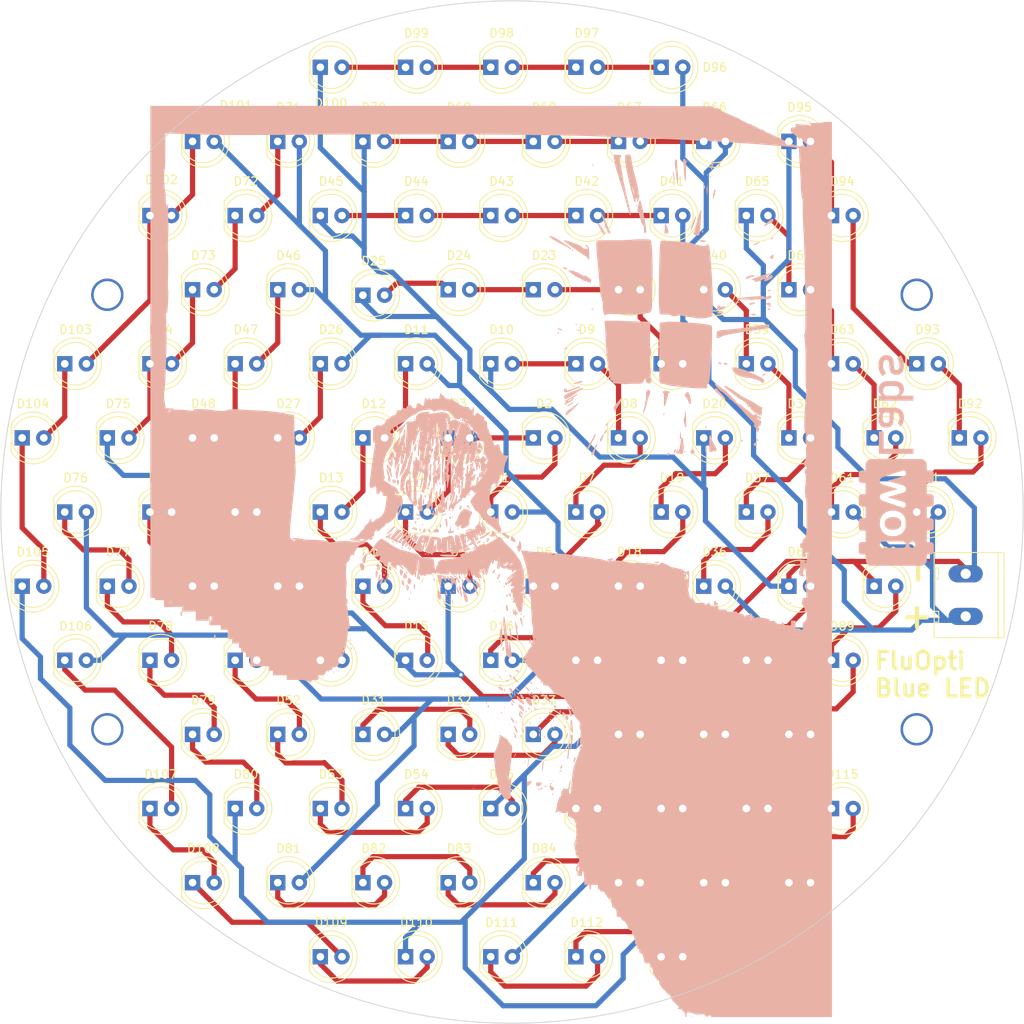
<source format=kicad_pcb>
(kicad_pcb (version 20221018) (generator pcbnew)
  (layers (0 "F.Cu" signal) (31 "B.Cu" signal) (34 "B.Paste" user) (35 "F.Paste" user) (36 "B.SilkS" user "B.Silkscreen") (37 "F.SilkS" user "F.Silkscreen") (38 "B.Mask" user) (39 "F.Mask" user) (44 "Edge.Cuts" user))
  (net 0 "")
  (net 1 "Net-(D1-K)")
  (net 2 "/VLED_+")
  (net 3 "Net-(D2-K)")
  (net 4 "Net-(D3-K)")
  (net 5 "Net-(D4-K)")
  (net 6 "Net-(D6-K)")
  (net 7 "Net-(D7-K)")
  (net 8 "Net-(D8-K)")
  (net 9 "Net-(D10-A)")
  (net 10 "Net-(D11-K)")
  (net 11 "Net-(D12-K)")
  (net 12 "Net-(D13-K)")
  (net 13 "Net-(D14-K)")
  (net 14 "Net-(D16-K)")
  (net 15 "Net-(D17-K)")
  (net 16 "Net-(D18-K)")
  (net 17 "Net-(D19-K)")
  (net 18 "Net-(D21-K)")
  (net 19 "Net-(D22-K)")
  (net 20 "Net-(D23-K)")
  (net 21 "Net-(D24-K)")
  (net 22 "Net-(D26-K)")
  (net 23 "Net-(D27-K)")
  (net 24 "Net-(D28-K)")
  (net 25 "Net-(D29-K)")
  (net 26 "Net-(D31-K)")
  (net 27 "Net-(D32-K)")
  (net 28 "Net-(D33-K)")
  (net 29 "Net-(D34-K)")
  (net 30 "Net-(D36-K)")
  (net 31 "Net-(D37-K)")
  (net 32 "Net-(D38-K)")
  (net 33 "Net-(D39-K)")
  (net 34 "Net-(D41-K)")
  (net 35 "Net-(D42-K)")
  (net 36 "Net-(D43-K)")
  (net 37 "Net-(D44-K)")
  (net 38 "Net-(D46-K)")
  (net 39 "Net-(D47-K)")
  (net 40 "Net-(D48-K)")
  (net 41 "Net-(D49-K)")
  (net 42 "Net-(D51-K)")
  (net 43 "Net-(D52-K)")
  (net 44 "Net-(D53-K)")
  (net 45 "Net-(D54-K)")
  (net 46 "/VLED_-")
  (net 47 "Net-(D56-K)")
  (net 48 "Net-(D57-K)")
  (net 49 "Net-(D58-K)")
  (net 50 "Net-(D59-K)")
  (net 51 "Net-(D61-K)")
  (net 52 "Net-(D62-K)")
  (net 53 "Net-(D63-K)")
  (net 54 "Net-(D64-K)")
  (net 55 "Net-(D66-K)")
  (net 56 "Net-(D67-K)")
  (net 57 "Net-(D68-K)")
  (net 58 "Net-(D69-K)")
  (net 59 "Net-(D71-K)")
  (net 60 "Net-(D72-K)")
  (net 61 "Net-(D73-K)")
  (net 62 "Net-(D74-K)")
  (net 63 "Net-(D76-K)")
  (net 64 "Net-(D77-K)")
  (net 65 "Net-(D78-K)")
  (net 66 "Net-(D79-K)")
  (net 67 "Net-(D81-K)")
  (net 68 "Net-(D82-K)")
  (net 69 "Net-(D83-K)")
  (net 70 "Net-(D84-K)")
  (net 71 "Net-(D86-K)")
  (net 72 "Net-(D87-K)")
  (net 73 "Net-(D88-K)")
  (net 74 "Net-(D89-K)")
  (net 75 "Net-(D91-K)")
  (net 76 "Net-(D92-K)")
  (net 77 "Net-(D93-K)")
  (net 78 "Net-(D94-K)")
  (net 79 "Net-(D96-K)")
  (net 80 "Net-(D97-K)")
  (net 81 "Net-(D98-K)")
  (net 82 "Net-(D100-A)")
  (net 83 "Net-(D101-K)")
  (net 84 "Net-(D102-K)")
  (net 85 "Net-(D103-K)")
  (net 86 "Net-(D104-K)")
  (net 87 "Net-(D106-K)")
  (net 88 "Net-(D107-K)")
  (net 89 "Net-(D108-K)")
  (net 90 "Net-(D109-K)")
  (net 91 "Net-(D111-K)")
  (net 92 "Net-(D112-K)")
  (net 93 "Net-(D113-K)")
  (net 94 "Net-(D114-K)")
  (footprint "LED_THT:LED_D5.0mm_FlatTop" (layer "F.Cu") (at 65 143.5)
    (fp_text reference "D108")
    (fp_text value "LED")
  )
  (footprint "LED_THT:LED_D5.0mm_FlatTop" (layer "F.Cu") (at 50 100)
    (fp_text reference "D76")
    (fp_text value "LED")
  )
  (footprint "LED_THT:LED_D5.0mm_FlatTop" (layer "F.Cu") (at 115 108.7)
    (fp_text reference "D18")
    (fp_text value "LED")
  )
  (footprint "LED_THT:LED_D5.0mm_FlatTop" (layer "F.Cu") (at 100 100)
    (fp_text reference "D1")
    (fp_text value "LED")
  )
  (footprint "LED_THT:LED_D5.0mm_FlatTop" (layer "F.Cu") (at 85 143.5)
    (fp_text reference "D82")
    (fp_text value "LED")
  )
  (footprint "LED_THT:LED_D5.0mm_FlatTop" (layer "F.Cu") (at 120 47.8)
    (fp_text reference "D96")
    (fp_text value "LED")
  )
  (footprint "LED_THT:LED_D5.0mm_FlatTop" (layer "F.Cu") (at 60 65.2)
    (fp_text reference "D102")
    (fp_text value "LED")
  )
  (footprint "LED_THT:LED_D5.0mm_FlatTop" (layer "F.Cu") (at 75 108.7)
    (fp_text reference "D29")
    (fp_text value "LED")
  )
  (footprint "LED_THT:LED_D5.0mm_FlatTop" (layer "F.Cu") (at 75 73.9)
    (fp_text reference "D46")
    (fp_text value "LED")
  )
  (footprint "LED_THT:LED_D5.0mm_FlatTop" (layer "F.Cu") (at 80 152.2)
    (fp_text reference "D109")
    (fp_text value "LED")
  )
  (footprint "LED_THT:LED_D5.0mm_FlatTop" (layer "F.Cu") (at 80 134.8)
    (fp_text reference "D53")
    (fp_text value "LED")
  )
  (footprint "LED_THT:LED_D5.0mm_FlatTop" (layer "F.Cu") (at 90 117.4)
    (fp_text reference "D15")
    (fp_text value "LED")
  )
  (footprint "LED_THT:LED_D5.0mm_FlatTop" (layer "F.Cu") (at 95 73.9)
    (fp_text reference "D24")
    (fp_text value "LED")
  )
  (footprint "LED_THT:LED_D5.0mm_FlatTop" (layer "F.Cu") (at 135 143.5)
    (fp_text reference "D114")
    (fp_text value "LED")
  )
  (footprint "LED_THT:LED_D5.0mm_FlatTop" (layer "F.Cu") (at 55 91.3)
    (fp_text reference "D75")
    (fp_text value "LED")
  )
  (footprint "LED_THT:LED_D5.0mm_FlatTop" (layer "F.Cu") (at 70 100)
    (fp_text reference "D28")
    (fp_text value "LED")
  )
  (footprint "LED_THT:LED_D5.0mm_FlatTop" (layer "F.Cu") (at 50 117.4)
    (fp_text reference "D106")
    (fp_text value "LED")
  )
  (footprint "LED_THT:LED_D5.0mm_FlatTop" (layer "F.Cu") (at 150 82.6)
    (fp_text reference "D93")
    (fp_text value "LED")
  )
  (footprint "LED_THT:LED_D5.0mm_FlatTop" (layer "F.Cu") (at 125 91.3)
    (fp_text reference "D20")
    (fp_text value "LED")
  )
  (footprint "LED_THT:LED_D5.0mm_FlatTop" (layer "F.Cu") (at 90 100)
    (fp_text reference "D4")
    (fp_text value "LED")
  )
  (footprint "LED_THT:LED_D5.0mm_FlatTop" (layer "F.Cu") (at 85 91.3)
    (fp_text reference "D12")
    (fp_text value "LED")
  )
  (footprint "LED_THT:LED_D5.0mm_FlatTop" (layer "F.Cu") (at 120 152.2)
    (fp_text reference "D113")
    (fp_text value "LED")
  )
  (footprint "LED_THT:LED_D5.0mm_FlatTop" (layer "F.Cu") (at 115 56.5)
    (fp_text reference "D67")
    (fp_text value "LED")
  )
  (footprint "LED_THT:LED_D5.0mm_FlatTop" (layer "F.Cu") (at 95 56.5)
    (fp_text reference "D69")
    (fp_text value "LED")
  )
  (footprint "LED_THT:LED_D5.0mm_FlatTop" (layer "F.Cu") (at 90 47.8)
    (fp_text reference "D99")
    (fp_text value "LED")
  )
  (footprint "LED_THT:LED_D5.0mm_FlatTop" (layer "F.Cu") (at 60 117.4)
    (fp_text reference "D78")
    (fp_text value "LED")
  )
  (footprint "LED_THT:LED_D5.0mm_FlatTop" (layer "F.Cu") (at 130 117.4)
    (fp_text reference "D59")
    (fp_text value "LED")
  )
  (footprint "LED_THT:LED_D5.0mm_FlatTop" (layer "F.Cu") (at 145 91.3)
    (fp_text reference "D62")
    (fp_text value "LED")
  )
  (footprint "LED_THT:LED_D5.0mm_FlatTop" (layer "F.Cu") (at 50 82.6)
    (fp_text reference "D103")
    (fp_text value "LED")
  )
  (footprint "LED_THT:LED_D5.0mm_FlatTop" (layer "F.Cu") (at 110 82.6)
    (fp_text reference "D9")
    (fp_text value "LED")
  )
  (footprint "LED_THT:LED_D5.0mm_FlatTop" (layer "F.Cu") (at 125 126.1)
    (fp_text reference "D58")
    (fp_text value "LED")
  )
  (footprint "LED_THT:LED_D5.0mm_FlatTop" (layer "F.Cu") (at 65 126.1)
    (fp_text reference "D79")
    (fp_text value "LED")
  )
  (footprint "LED_THT:LED_D5.0mm_FlatTop" (layer "F.Cu") (at 65 73.9)
    (fp_text reference "D73")
    (fp_text value "LED")
  )
  (footprint "LED_THT:LED_D5.0mm_FlatTop" (layer "F.Cu") (at 105 108.7)
    (fp_text reference "D6")
    (fp_text value "LED")
  )
  (footprint "LED_THT:LED_D5.0mm_FlatTop" (layer "F.Cu") (at 110 152.2)
    (fp_text reference "D112")
    (fp_text value "LED")
  )
  (footprint "LED_THT:LED_D5.0mm_FlatTop" (layer "F.Cu") (at 110 47.8)
    (fp_text reference "D97")
    (fp_text value "LED")
  )
  (footprint "LED_THT:LED_D5.0mm_FlatTop" (layer "F.Cu") (at 70 117.4)
    (fp_text reference "D51")
    (fp_text value "LED")
  )
  (footprint "LED_THT:LED_D5.0mm_FlatTop" (layer "F.Cu") (at 75 91.3)
    (fp_text reference "D27")
    (fp_text value "LED")
  )
  (footprint "LED_THT:LED_D5.0mm_FlatTop" (layer "F.Cu") (at 85 126.1)
    (fp_text reference "D31")
    (fp_text value "LED")
  )
  (footprint "LED_THT:LED_D5.0mm_FlatTop" (layer "F.Cu") (at 120 134.8)
    (fp_text reference "D57")
    (fp_text value "LED")
  )
  (footprint "LED_THT:LED_D5.0mm_FlatTop" (layer "F.Cu") (at 90 134.8)
    (fp_text reference "D54")
    (fp_text value "LED")
  )
  (footprint "LED_THT:LED_D5.0mm_FlatTop" (layer "F.Cu") (at 65 91.3)
    (fp_text reference "D48")
    (fp_text value "LED")
  )
  (footprint "LED_THT:LED_D5.0mm_FlatTop" (layer "F.Cu") (at 80 82.6)
    (fp_text reference "D26")
    (fp_text value "LED")
  )
  (footprint "LED_THT:LED_D5.0mm_FlatTop" (layer "F.Cu") (at 105 91.3)
    (fp_text reference "D2")
    (fp_text value "LED")
  )
  (footprint "LED_THT:LED_D5.0mm_FlatTop" (layer "F.Cu") (at 80 65.2)
    (fp_text reference "D45")
    (fp_text value "LED")
  )
  (footprint "LED_THT:LED_D5.0mm_FlatTop" (layer "F.Cu") (at 125 73.9)
    (fp_text reference "D40")
    (fp_text value "LED")
  )
  (footprint "LED_THT:LED_D5.0mm_FlatTop" (layer "F.Cu") (at 110 65.2)
    (fp_text reference "D42")
    (fp_text value "LED")
  )
  (footprint "LED_THT:LED_D5.0mm_FlatTop" (layer "F.Cu") (at 110 100)
    (fp_text reference "D7")
    (fp_text value "LED")
  )
  (footprint "LED_THT:LED_D5.0mm_FlatTop" (layer "F.Cu") (at 125 143.5)
    (fp_text reference "D86")
    (fp_text value "LED")
  )
  (footprint "LED_THT:LED_D5.0mm_FlatTop" (layer "F.Cu") (at 100 117.4)
    (fp_text reference "D16")
    (fp_text value "LED")
  )
  (footprint "LED_THT:LED_D5.0mm_FlatTop" (layer "F.Cu") (at 55 108.7)
    (fp_text reference "D77")
    (fp_text value "LED")
  )
  (footprint "LED_THT:LED_D5.0mm_FlatTop" (layer "F.Cu") (at 45 108.7)
    (fp_text reference "D105")
    (fp_text value "LED")
  )
  (footprint "LED_THT:LED_D5.0mm_FlatTop" (layer "F.Cu") (at 65 108.7)
    (fp_text reference "D50")
    (fp_text value "LED")
  )
  (footprint "LED_THT:LED_D5.0mm_FlatTop" (layer "F.Cu") (at 85 56.5)
    (fp_text reference "D70")
    (fp_text value "LED")
  )
  (footprint "LED_THT:LED_D5.0mm_FlatTop" (layer "F.Cu") (at 115 91.3)
    (fp_text reference "D8")
    (fp_text value "LED")
  )
  (footprint "LED_THT:LED_D5.0mm_FlatTop" (layer "F.Cu") (at 120 65.2)
    (fp_text reference "D41")
    (fp_text value "LED")
  )
  (footprint "LED_THT:LED_D5.0mm_FlatTop" (layer "F.Cu") (at 130 100)
    (fp_text reference "D37")
    (fp_text value "LED")
  )
  (footprint "LED_THT:LED_D5.0mm_FlatTop" (layer "F.Cu") (at 60 100)
    (fp_text reference "D49")
    (fp_text value "LED")
  )
  (footprint "LED_THT:LED_D5.0mm_FlatTop" (layer "F.Cu") (at 70 134.8)
    (fp_text reference "D80")
    (fp_text value "LED")
  )
  (footprint "LED_THT:LED_D5.0mm_FlatTop" (layer "F.Cu") (at 75 126.1)
    (fp_text reference "D52")
    (fp_text value "LED")
  )
  (footprint "LED_THT:LED_D5.0mm_FlatTop" (layer "F.Cu") (at 115 126.1)
    (fp_text reference "D34")
    (fp_text value "LED")
  )
  (footprint "LED_THT:LED_D5.0mm_FlatTop" (layer "F.Cu") (at 100 65.2)
    (fp_text reference "D43")
    (fp_text value "LED")
  )
  (footprint "LED_THT:LED_D5.0mm_FlatTop" (layer "F.Cu") (at 95 91.3)
    (fp_text reference "D3")
    (fp_text value "LED")
  )
  (footprint "LED_THT:LED_D5.0mm_FlatTop" (layer "F.Cu") (at 140 82.6)
    (fp_text reference "D63")
    (fp_text value "LED")
  )
  (footprint "LED_THT:LED_D5.0mm_FlatTop" (layer "F.Cu") (at 70 82.6)
    (fp_text reference "D47")
    (fp_text value "LED")
  )
  (footprint "LED_THT:LED_D5.0mm_FlatTop" (layer "F.Cu") (at 90 65.2)
    (fp_text reference "D44")
    (fp_text value "LED")
  )
  (footprint "LED_THT:LED_D5.0mm_FlatTop" (layer "F.Cu") (at 135 91.3)
    (fp_text reference "D38")
    (fp_text value "LED")
  )
  (footprint "LED_THT:LED_D5.0mm_FlatTop" (layer "F.Cu") (at 80 47.8)
    (fp_text reference "D100")
    (fp_text value "LED")
  )
  (footprint "LED_THT:LED_D5.0mm_FlatTop" (layer "F.Cu") (at 110 117.4)
    (fp_text reference "D17")
    (fp_text value "LED")
  )
  (footprint "LED_THT:LED_D5.0mm_FlatTop" (layer "F.Cu") (at 125 108.7)
    (fp_text reference "D36")
    (fp_text value "LED")
  )
  (footprint "LED_THT:LED_D5.0mm_FlatTop" (layer "F.Cu") (at 60 134.8)
    (fp_text reference "D107")
    (fp_text value "LED")
  )
  (footprint "LED_THT:LED_D5.0mm_FlatTop" (layer "F.Cu") (at 120 100)
    (fp_text reference "D19")
    (fp_text value "LED")
  )
  (footprint "LED_THT:LED_D5.0mm_FlatTop" (layer "F.Cu") (at 130 65.2)
    (fp_text reference "D65")
    (fp_text value "LED")
  )
  (footprint "LED_THT:LED_D5.0mm_FlatTop" (layer "F.Cu") (at 115 143.5)
    (fp_text reference "D85")
    (fp_text value "LED")
  )
  (footprint "LED_THT:LED_D5.0mm_FlatTop" (layer "F.Cu") (at 100 134.8)
    (fp_text reference "D55")
    (fp_text value "LED")
  )
  (footprint "LED_THT:LED_D5.0mm_FlatTop" (layer "F.Cu") (at 135 73.9)
    (fp_text reference "D64")
    (fp_text value "LED")
  )
  (footprint "LED_THT:LED_D5.0mm_FlatTop" (layer "F.Cu") (at 135 56.5)
    (fp_text reference "D95")
    (fp_text value "LED")
  )
  (footprint "LED_THT:LED_D5.0mm_FlatTop" (layer "F.Cu") (at 110 134.8)
    (fp_text reference "D56")
    (fp_text value "LED")
  )
  (footprint "LED_THT:LED_D5.0mm_FlatTop" (layer "F.Cu") (at 60 82.6)
    (fp_text reference "D74")
    (fp_text value "LED")
  )
  (footprint "LED_THT:LED_D5.0mm_FlatTop" (layer "F.Cu") (at 90 152.2)
    (fp_text reference "D110")
    (fp_text value "LED")
  )
  (footprint "LED_THT:LED_D5.0mm_FlatTop" (layer "F.Cu") (at 105 126.1)
    (fp_text reference "D33")
    (fp_text value "LED")
  )
  (footprint "LED_THT:LED_D5.0mm_FlatTop" (layer "F.Cu") (at 75 56.5)
    (fp_text reference "D71")
    (fp_text value "LED")
  )
  (footprint "LED_THT:LED_D5.0mm_FlatTop" (layer "F.Cu") (at 115 73.9)
    (fp_text reference "D22")
    (fp_text value "LED")
  )
  (footprint "LED_THT:LED_D5.0mm_FlatTop" (layer "F.Cu") (at 140 134.8)
    (fp_text reference "D115")
    (fp_text value "LED")
  )
  (footprint "LED_THT:LED_D5.0mm_FlatTop" (layer "F.Cu") (at 120 117.4)
    (fp_text reference "D35")
    (fp_text value "LED")
  )
  (footprint "LED_THT:LED_D5.0mm_FlatTop" (layer "F.Cu") (at 80 117.4)
    (fp_text reference "D30")
    (fp_text value "LED")
  )
  (footprint "LED_THT:LED_D5.0mm_FlatTop" (layer "F.Cu") (at 130 82.6)
    (fp_text reference "D39")
    (fp_text value "LED")
  )
  (footprint "LED_THT:LED_D5.0mm_FlatTop" (layer "F.Cu") (at 95 126.1)
    (fp_text reference "D32")
    (fp_text value "LED")
  )
  (footprint "LED_THT:LED_D5.0mm_FlatTop" (layer "F.Cu") (at 85 74.55)
    (fp_text reference "D25")
    (fp_text value "LED")
  )
  (footprint "LED_THT:LED_D5.0mm_FlatTop" (layer "F.Cu") (at 75 143.5)
    (fp_text reference "D81")
    (fp_text value "LED")
  )
  (footprint "LED_THT:LED_D5.0mm_FlatTop" (layer "F.Cu") (at 100 47.8)
    (fp_text reference "D98")
    (fp_text value "LED")
  )
  (footprint "LED_THT:LED_D5.0mm_FlatTop" (layer "F.Cu") (at 100 82.6)
    (fp_text reference "D10")
    (fp_text value "LED")
  )
  (footprint "LED_THT:LED_D5.0mm_FlatTop" (layer "F.Cu") (at 65 56.5)
    (fp_text reference "D101")
    (fp_text value "LED")
  )
  (footprint "LED_THT:LED_D5.0mm_FlatTop" (layer "F.Cu") (at 105 56.5)
    (fp_text reference "D68")
    (fp_text value "LED")
  )
  (footprint "LED_THT:LED_D5.0mm_FlatTop" (layer "F.Cu") (at 140 100)
    (fp_text reference "D61")
    (fp_text value "LED")
  )
  (footprint "LED_THT:LED_D5.0mm_FlatTop" (layer "F.Cu") (at 135 108.7)
    (fp_text reference "D60")
    (fp_text value "LED")
  )
  (footprint "IoWLabsConnectors:Tb-2x1-5p-TH-V" (layer "F.Cu") (at 155.75 109.75 90)
    (fp_text reference "J1" hide)
    (fp_text value "Screw_Terminal_01x02" hide)
  )
  (footprint "LED_THT:LED_D5.0mm_FlatTop" (layer "F.Cu") (at 150 100)
    (fp_text reference "D91")
    (fp_text value "LED")
  )
  (footprint "LED_THT:LED_D5.0mm_FlatTop" (layer "F.Cu") (at 100 152.2)
    (fp_text reference "D111")
    (fp_text value "LED")
  )
  (footprint "LED_THT:LED_D5.0mm_FlatTop" (layer "F.Cu") (at 70 65.2)
    (fp_text reference "D72")
    (fp_text value "LED")
  )
  (footprint "LED_THT:LED_D5.0mm_FlatTop" (layer "F.Cu") (at 155 91.3)
    (fp_text reference "D92")
    (fp_text value "LED")
  )
  (footprint "LED_THT:LED_D5.0mm_FlatTop" (layer "F.Cu") (at 130 134.8)
    (fp_text reference "D87")
    (fp_text value "LED")
  )
  (footprint "LED_THT:LED_D5.0mm_FlatTop" (layer "F.Cu") (at 80 100)
    (fp_text reference "D13")
    (fp_text value "LED")
  )
  (footprint "LED_THT:LED_D5.0mm_FlatTop" (layer "F.Cu") (at 85 108.7)
    (fp_text reference "D14")
    (fp_text value "LED")
  )
  (footprint "LED_THT:LED_D5.0mm_FlatTop" (layer "F.Cu") (at 145 108.7)
    (fp_text reference "D90")
    (fp_text value "LED")
  )
  (footprint "LED_THT:LED_D5.0mm_FlatTop" (layer "F.Cu") (at 125 56.5)
    (fp_text reference "D66")
    (fp_text value "LED")
  )
  (footprint "LED_THT:LED_D5.0mm_FlatTop" (layer "F.Cu") (at 90 82.6)
    (fp_text reference "D11")
    (fp_text value "LED")
  )
  (footprint "LED_THT:LED_D5.0mm_FlatTop" (layer "F.Cu") (at 140 117.4)
    (fp_text reference "D89")
    (fp_text value "LED")
  )
  (footprint "LED_THT:LED_D5.0mm_FlatTop" (layer "F.Cu") (at 120 82.6)
    (fp_text reference "D21")
    (fp_text value "LED")
  )
  (footprint "LED_THT:LED_D5.0mm_FlatTop" (layer "F.Cu") (at 45 91.3)
    (fp_text reference "D104")
    (fp_text value "LED")
  )
  (footprint "LED_THT:LED_D5.0mm_FlatTop" (layer "F.Cu") (at 140 65.2)
    (fp_text reference "D94")
    (fp_text value "LED")
  )
  (footprint "LED_THT:LED_D5.0mm_FlatTop" (layer "F.Cu") (at 95 143.5)
    (fp_text reference "D83")
    (fp_text value "LED")
  )
  (footprint "LED_THT:LED_D5.0mm_FlatTop" (layer "F.Cu") (at 105 73.9)
    (fp_text reference "D23")
    (fp_text value "LED")
  )
  (footprint "LED_THT:LED_D5.0mm_FlatTop" (layer "F.Cu") (at 135 126.1)
    (fp_text reference "D88")
    (fp_text value "LED")
  )
  (footprint "LED_THT:LED_D5.0mm_FlatTop" (layer "F.Cu") (at 95 108.7)
    (fp_text reference "D5")
    (fp_text value "LED")
  )
  (footprint "LED_THT:LED_D5.0mm_FlatTop" (layer "F.Cu") (at 105 143.5)
    (fp_text reference "D84")
    (fp_text value "LED")
  )
  (footprint "IoWLabsLogos:borrador" (layer "B.Cu") (at 100.05 105.8 180)
    (fp_text reference "G***")
    (fp_text value "LOGO" hide)
  )
  (footprint "IoWLabsLogos:IoWLabs_logo_25mm" (layer "B.Cu") (at 147.6 93.812195 90)
    (fp_text reference "G***" hide)
    (fp_text value "LOGO" hide)
  )
  (gr_circle (center 102.5 100) (end 162.5 100) (stroke (width 0.1)) (fill none) (layer "Edge.Cuts"))
  (gr_text "+" (at 147.85 113.9) (layer "F.SilkS") (effects (font (size 3 3) (thickness 0.5) bold) (justify left bottom)))
  (gr_text "FluOpti\nBlue LED" (at 144.85 121.85) (layer "F.SilkS") (effects (font (size 2 2) (thickness 0.4) bold) (justify left bottom)))
  (gr_text "-" (at 151.7 109 90) (layer "F.SilkS") (effects (font (size 3 3) (thickness 0.5) bold) (justify left bottom)))
  (via (at 55 74.5) (size 3.8) (drill 3.2) (layers "F.Cu" "B.Cu") (net 0))
  (via locked (at 150 74.5) (size 3.8) (drill 3.2) (layers "F.Cu" "B.Cu") (net 0))
  (via (at 150 125.5) (size 3.8) (drill 3.2) (layers "F.Cu" "B.Cu") (net 0))
  (via (at 55 125.5) (size 3.8) (drill 3.2) (layers "F.Cu" "B.Cu") (net 0))
  (segment (start 100 100) (end 100 98.25) (width 0.6096) (layer "F.Cu") (net 1))
  (segment (start 102.35 95.9) (end 106 95.9) (width 0.6096) (layer "F.Cu") (net 1))
  (segment (start 107.54 94.36) (end 107.54 91.3) (width 0.6096) (layer "F.Cu") (net 1))
  (segment (start 100 98.25) (end 102.35 95.9) (width 0.6096) (layer "F.Cu") (net 1))
  (segment (start 106 95.9) (end 107.54 94.36) (width 0.6096) (layer "F.Cu") (net 1))
  (segment (start 112.15 108.7) (end 112.35 108.9) (width 0.6096) (layer "B.Cu") (net 2))
  (segment (start 122.54 58.49) (end 125.3 61.25) (width 0.6096) (layer "B.Cu") (net 2))
  (segment (start 87 79.25) (end 93.45 79.25) (width 0.6096) (layer "B.Cu") (net 2))
  (segment (start 77.75 117.3) (end 77.75 119.6) (width 0.6096) (layer "B.Cu") (net 2))
  (segment (start 70.85 114.45) (end 72.54 116.14) (width 0.6096) (layer "B.Cu") (net 2))
  (segment (start 80.6 69.35) (end 80.6 75.1) (width 0.6096) (layer "B.Cu") (net 2))
  (segment (start 115.7 136) (end 115.7 133.65) (width 0.6096) (layer "B.Cu") (net 2))
  (segment (start 110.2 113.85) (end 117.3 113.85) (width 0.6096) (layer "B.Cu") (net 2))
  (segment (start 95.09 85.15) (end 96.35 85.15) (width 0.6096) (layer "B.Cu") (net 2))
  (segment (start 125.6 80.6) (end 125.6 84.2) (width 0.6096) (layer "B.Cu") (net 2))
  (segment (start 52.54 111.24) (end 55.75 114.45) (width 0.6096) (layer "B.Cu") (net 2))
  (segment (start 106.65 100) (end 107.4 100.75) (width 0.6096) (layer "B.Cu") (net 2))
  (segment (start 152.54 100) (end 151.85 100.69) (width 0.6096) (layer "B.Cu") (net 2))
  (segment (start 75.55 115.1) (end 77.75 117.3) (width 0.6096) (layer "B.Cu") (net 2))
  (segment (start 125.6 84.55) (end 130.85 89.8) (width 0.6096) (layer "B.Cu") (net 2))
  (segment (start 84.75 79.25) (end 87 79.25) (width 0.6096) (layer "B.Cu") (net 2))
  (segment (start 132.69 113.85) (end 127.54 108.7) (width 0.6096) (layer "B.Cu") (net 2))
  (segment (start 67.54 56.41) (end 67.6 56.35) (width 0.6096) (layer "B.Cu") (net 2))
  (segment (start 91 124.05) (end 91.25 123.8) (width 0.6096) (layer "B.Cu") (net 2))
  (segment (start 122.54 69.24) (end 122.7 69.4) (width 0.6096) (layer "B.Cu") (net 2))
  (segment (start 127.54 143.5) (end 127.54 141.39) (width 0.6096) (layer "B.Cu") (net 2))
  (segment (start 86.7 134.34) (end 86.7 131.75) (width 0.6096) (layer "B.Cu") (net 2))
  (segment (start 130.85 93.35) (end 136.35 98.85) (width 0.6096) (layer "B.Cu") (net 2))
  (segment (start 125.6 84.2) (end 125.6 84.55) (width 0.6096) (layer "B.Cu") (net 2))
  (segment (start 79.4 73.9) (end 80.75 75.25) (width 0.6096) (layer "B.Cu") (net 2))
  (segment (start 136.35 98.85) (end 136.35 101.7) (width 0.6096) (layer "B.Cu") (net 2))
  (segment (start 107.54 108.7) (end 112.15 108.7) (width 0.6096) (layer "B.Cu") (net 2))
  (segment (start 85.89 79.25) (end 87 79.25) (width 0.6096) (layer "B.Cu") (net 2))
  (segment (start 77.54 56.5) (end 77.54 66.29) (width 0.6096) (layer "B.Cu") (net 2))
  (segment (start 57.1 114.45) (end 70.85 114.45) (width 0.6096) (layer "B.Cu") (net 2))
  (segment (start 102.54 117.4) (end 106.65 117.4) (width 0.6096) (layer "B.Cu") (net 2))
  (segment (start 86.7 131.75) (end 91 127.45) (width 0.6096) (layer "B.Cu") (net 2))
  (segment (start 77.54 66.29) (end 77.7 66.45) (width 0.6096) (layer "B.Cu") (net 2))
  (segment (start 77.54 143.5) (end 86.7 134.34) (width 0.6096) (layer "B.Cu") (net 2))
  (segment (start 130.85 89.8) (end 130.85 93.35) (width 0.6096) (layer "B.Cu") (net 2))
  (segment (start 136.35 101.7) (end 141.5 106.85) (width 0.6096) (layer "B.Cu") (net 2))
  (segment (start 93.45 79.25) (end 96.35 82.15) (width 0.6096) (layer "B.Cu") (net 2))
  (segment (start 96.35 85.15) (end 101.8 90.6) (width 0.6096) (layer "B.Cu") (net 2))
  (segment (start 80.75 75.25) (end 84.75 79.25) (width 0.6096) (layer "B.Cu") (net 2))
  (segment (start 121.05 128.3) (end 121.05 122.75) (width 0.6096) (layer "B.Cu") (net 2))
  (segment (start 127.54 57.91) (end 127.54 56.5) (width 0.6096) (layer "B.Cu") (net 2))
  (segment (start 116 133.35) (end 121.05 128.3) (width 0.6096) (layer "B.Cu") (net 2))
  (segment (start 101.8 95.15) (end 107.4 100.75) (width 0.6096) (layer "B.Cu") (net 2))
  (segment (start 93.1 121.95) (end 94.1 121.95) (width 0.6096) (layer "B.Cu") (net 2))
  (segment (start 115.7 139.04) (end 115.7 133.65) (width 0.6096) (layer "B.Cu") (net 2))
  (segment (start 151.85 106.65) (end 151.85 111.063173) (width 0.6096) (layer "B.Cu") (net 2))
  (segment (start 94.1 121.95) (end 102.1 121.95) (width 0.6096) (layer "B.Cu") (net 2))
  (segment (start 115.7 133.65) (end 116 133.35) (width 0.6096) (layer "B.Cu") (net 2))
  (segment (start 119.25 139.55) (end 115.7 136) (width 0.6096) (layer "B.Cu") (net 2))
  (segment (start 102.1 121.95) (end 107.625 116.425) (width 0.6096) (layer "B.Cu") (net 2))
  (segment (start 91.25 123.8) (end 93.1 121.95) (width 0.6096) (layer "B.Cu") (net 2))
  (segment (start 133.25 113.85) (end 144.9 113.85) (width 0.6096) (layer "B.Cu") (net 2))
  (segment (start 151.85 111.063173) (end 153.5 112.713173) (width 0.6096) (layer "B.Cu") (net 2))
  (segment (start 142.54 100) (end 146.64 104.1) (width 0.6096) (layer "B.Cu") (net 2))
  (segment (start 144.9 113.85) (end 149.4 113.85) (width 0.6096) (layer "B.Cu") (net 2))
  (segment (start 125.3 61.25) (end 125.3 60.15) (width 0.6096) (layer "B.Cu") (net 2))
  (segment (start 88.95 126.1) (end 91.25 123.8) (width 0.6096) (layer "B.Cu") (net 2))
  (segment (start 54.15 117.4) (end 57.1 114.45) (width 0.6096) (layer "B.Cu") (net 2))
  (segment (start 125.3 60.15) (end 127.54 57.91) (width 0.6096) (layer "B.Cu") (net 2))
  (segment (start 106.65 117.4) (end 107.625 116.425) (width 0.6096) (layer "B.Cu") (net 2))
  (segment (start 77.54 73.9) (end 79.4 73.9) (width 0.6096) (layer "B.Cu") (net 2))
  (segment (start 125.3 61.25) (end 125.3 66.8) (width 0.6096) (layer "B.Cu") (net 2))
  (segment (start 129.95 113.85) (end 130.9 113.85) (width 0.6096) (layer "B.Cu") (net 2))
  (segment (start 112.35 108.9) (end 117.3 113.85) (width 0.6096) (layer "B.Cu") (net 2))
  (segment (start 125.3 66.8) (end 122.7 69.4) (width 0.6096) (layer "B.Cu") (net 2))
  (segment (start 67.6 56.35) (end 77.7 66.45) (width 0.6096) (layer "B.Cu") (net 2))
  (segment (start 141.5 106.85) (end 141.5 110.45) (width 0.6096) (layer "B.Cu") (net 2))
  (segment (start 55.75 114.45) (end 57.1 114.45) (width 0.6096) (layer "B.Cu") (net 2))
  (segment (start 149.4 113.85) (end 150.536827 112.713173) (width 0.6096) (layer "B.Cu") (net 2))
  (segment (start 121.05 122.75) (end 129.95 113.85) (width 0.6096) (layer "B.Cu") (net 2))
  (segment (start 122.54 65.2) (end 122.54 69.24) (width 0.6096) (layer "B.Cu") (net 2))
  (segment (start 107.9 104.45) (end 112.35 108.9) (width 0.6096) (layer "B.Cu") (net 2))
  (segment (start 107.625 116.425) (end 110.2 113.85) (width 0.6096) (layer "B.Cu") (net 2))
  (segment (start 123.65 82.6) (end 125.6 84.55) (width 0.6096) (layer "B.Cu") (net 2))
  (segment (start 133.25 113.85) (end 132.69 113.85) (width 0.6096) (layer "B.Cu") (net 2))
  (segment (start 122.7 69.4) (end 122.55 69.55) (width 0.6096) (layer "B.Cu") (net 2))
  (segment (start 153.5 112.713173) (end 156.772614 112.713173) (width 0.6096) (layer "B.Cu") (net 2))
  (segment (start 72.54 116.14) (end 72.54 117.4) (width 0.6096) (layer "B.Cu") (net 2))
  (segment (start 87.54 126.1) (end 88.95 126.1) (width 0.6096) (layer "B.Cu") (net 2))
  (segment (start 127.54 141.39) (end 125.7 139.55) (width 0.6096) (layer "B.Cu") (net 2))
  (segment (start 91 127.45) (end 91 124.05) (width 0.6096) (layer "B.Cu") (net 2))
  (segment (start 114.55 134.8) (end 116 133.35) (width 0.6096) (layer "B.Cu") (net 2))
  (segment (start 107.4 100.75) (end 107.9 101.25) (width 0.6096) (layer "B.Cu") (net 2))
  (segment (start 125.7 139.55) (end 119.25 139.55) (width 0.6096) (layer "B.Cu") (net 2))
  (segment (start 149.3 104.1) (end 151.85 106.65) (width 0.6096) (layer "B.Cu") (net 2))
  (segment (start 122.54 82.6) (end 123.65 82.6) (width 0.6096) (layer "B.Cu") (net 2))
  (segment (start 52.54 100) (end 52.54 111.24) (width 0.6096) (layer "B.Cu") (net 2))
  (segment (start 122.54 69.54) (end 122.55 69.55) (width 0.6096) (layer "B.Cu") (net 2))
  (segment (start 80.6 75.1) (end 80.75 75.25) (width 0.6096) (layer "B.Cu") (net 2))
  (segment (start 150.536827 112.713173) (end 153.5 112.713173) (width 0.6096) (layer "B.Cu") (net 2))
  (segment (start 130.9 113.85) (end 133.25 113.85) (width 0.6096) (layer "B.Cu") (net 2))
  (segment (start 67.54 56.5) (end 67.54 56.41) (width 0.6096) (layer "B.Cu") (net 2))
  (segment (start 146.64 104.1) (end 149.3 104.1) (width 0.6096) (layer "B.Cu") (net 2))
  (segment (start 122.54 47.8) (end 122.54 58.49) (width 0.6096) (layer "B.Cu") (net 2))
  (segment (start 82.54 82.6) (end 85.89 79.25) (width 0.6096) (layer "B.Cu") (net 2))
  (segment (start 77.7 66.45) (end 80.6 69.35) (width 0.6096) (layer "B.Cu") (net 2))
  (segment (start 70.85 114.45) (end 71.5 115.1) (width 0.6096) (layer "B.Cu") (net 2))
  (segment (start 52.54 117.4) (end 54.15 117.4) (width 0.6096) (layer "B.Cu") (net 2))
  (segment (start 96.35 82.15) (end 96.35 85.15) (width 0.6096) (layer "B.Cu") (net 2))
  (segment (start 141.5 110.45) (end 144.9 113.85) (width 0.6096) (layer "B.Cu") (net 2))
  (segment (start 112.54 134.8) (end 114.55 134.8) (width 0.6096) (layer "B.Cu") (net 2))
  (segment (start 77.75 119.6) (end 80.1 121.95) (width 0.6096) (layer "B.Cu") (net 2))
  (segment (start 102.54 100) (end 106.65 100) (width 0.6096) (layer "B.Cu") (net 2))
  (segment (start 80.1 121.95) (end 94.1 121.95) (width 0.6096) (layer "B.Cu") (net 2))
  (segment (start 101.8 90.6) (end 101.8 95.15) (width 0.6096) (layer "B.Cu") (net 2))
  (segment (start 117.3 113.85) (end 130.9 113.85) (width 0.6096) (layer "B.Cu") (net 2))
  (segment (start 122.54 69.24) (end 122.54 69.54) (width 0.6096) (layer "B.Cu") (net 2))
  (segment (start 102.54 152.2) (end 115.7 139.04) (width 0.6096) (layer "B.Cu") (net 2))
  (segment (start 92.54 82.6) (end 95.09 85.15) (width 0.6096) (layer "B.Cu") (net 2))
  (segment (start 107.9 101.25) (end 107.9 104.45) (width 0.6096) (layer "B.Cu") (net 2))
  (segment (start 71.5 115.1) (end 75.55 115.1) (width 0.6096) (layer "B.Cu") (net 2))
  (segment (start 122.55 69.55) (end 122.55 77.55) (width 0.6096) (layer "B.Cu") (net 2))
  (segment (start 151.85 100.69) (end 151.85 106.65) (width 0.6096) (layer "B.Cu") (net 2))
  (segment (start 122.55 77.55) (end 125.6 80.6) (width 0.6096) (layer "B.Cu") (net 2))
  (segment (start 105 91.3) (end 97.54 91.3) (width 0.6096) (layer "F.Cu") (net 3))
  (segment (start 95 91.3) (end 95 97.54) (width 0.6096) (layer "F.Cu") (net 4))
  (segment (start 95 97.54) (end 92.54 100) (width 0.6096) (layer "F.Cu") (net 4))
  (segment (start 92.05 105) (end 97 105) (width 0.6096) (layer "F.Cu") (net 5))
  (segment (start 90 100) (end 90 102.95) (width 0.6096) (layer "F.Cu") (net 5))
  (segment (start 90 102.95) (end 92.05 105) (width 0.6096) (layer "F.Cu") (net 5))
  (segment (start 97.54 105.54) (end 97.54 108.7) (width 0.6096) (layer "F.Cu") (net 5))
  (segment (start 97 105) (end 97.54 105.54) (width 0.6096) (layer "F.Cu") (net 5))
  (segment (start 112.54 101.24) (end 112.54 100) (width 0.6096) (layer "F.Cu") (net 6))
  (segment (start 112.7 101.4) (end 112.54 101.24) (width 0.6096) (layer "F.Cu") (net 6))
  (segment (start 105 106.75) (end 106.55 105.2) (width 0.6096) (layer "F.Cu") (net 6))
  (segment (start 105 108.7) (end 105 106.75) (width 0.6096) (layer "F.Cu") (net 6))
  (segment (start 106.55 105.2) (end 108.9 105.2) (width 0.6096) (layer "F.Cu") (net 6))
  (segment (start 108.9 105.2) (end 112.7 101.4) (width 0.6096) (layer "F.Cu") (net 6))
  (segment (start 117.54 93.41) (end 117.54 91.3) (width 0.6096) (layer "F.Cu") (net 7))
  (segment (start 110 97.8) (end 113.3 94.5) (width 0.6096) (layer "F.Cu") (net 7))
  (segment (start 110 100) (end 110 97.8) (width 0.6096) (layer "F.Cu") (net 7))
  (segment (start 113.3 94.5) (end 116.45 94.5) (width 0.6096) (layer "F.Cu") (net 7))
  (segment (start 116.45 94.5) (end 117.54 93.41) (width 0.6096) (layer "F.Cu") (net 7))
  (segment (start 115 91.3) (end 115 85.06) (width 0.6096) (layer "F.Cu") (net 8))
  (segment (start 115 85.06) (end 112.54 82.6) (width 0.6096) (layer "F.Cu") (net 8))
  (segment (start 110 82.6) (end 102.54 82.6) (width 0.6096) (layer "F.Cu") (net 9))
  (segment (start 90 88.84) (end 87.54 91.3) (width 0.6096) (layer "F.Cu") (net 10))
  (segment (start 90 82.6) (end 90 88.84) (width 0.6096) (layer "F.Cu") (net 10))
  (segment (start 85 97.54) (end 82.54 100) (width 0.6096) (layer "F.Cu") (net 11))
  (segment (start 85 91.3) (end 85 97.54) (width 0.6096) (layer "F.Cu") (net 11))
  (segment (start 80 102.1) (end 81.75 103.85) (width 0.6096) (layer "F.Cu") (net 12))
  (segment (start 85.4 103.85) (end 87.54 105.99) (width 0.6096) (layer "F.Cu") (net 12))
  (segment (start 81.75 103.85) (end 85.4 103.85) (width 0.6096) (layer "F.Cu") (net 12))
  (segment (start 87.54 105.99) (end 87.54 108.7) (width 0.6096) (layer "F.Cu") (net 12))
  (segment (start 80 100) (end 80 102.1) (width 0.6096) (layer "F.Cu") (net 12))
  (segment (start 91.5 113.35) (end 92.6 114.45) (width 0.6096) (layer "F.Cu") (net 13))
  (segment (start 85 108.7) (end 85 110.7) (width 0.6096) (layer "F.Cu") (net 13))
  (segment (start 85 110.7) (end 87.65 113.35) (width 0.6096) (layer "F.Cu") (net 13))
  (segment (start 87.65 113.35) (end 91.5 113.35) (width 0.6096) (layer "F.Cu") (net 13))
  (segment (start 92.6 114.45) (end 92.6 117.34) (width 0.6096) (layer "F.Cu") (net 13))
  (segment (start 92.6 117.34) (end 92.54 117.4) (width 0.6096) (layer "F.Cu") (net 13))
  (segment (start 100 117.4) (end 100 116.2) (width 0.6096) (layer "F.Cu") (net 14))
  (segment (start 112.54 115.76) (end 112.54 117.4) (width 0.6096) (layer "F.Cu") (net 14))
  (segment (start 112.6 115.7) (end 112.54 115.76) (width 0.6096) (layer "F.Cu") (net 14))
  (segment (start 111.65 114.75) (end 112.6 115.7) (width 0.6096) (layer "F.Cu") (net 14))
  (segment (start 100 116.2) (end 101.45 114.75) (width 0.6096) (layer "F.Cu") (net 14))
  (segment (start 101.45 114.75) (end 111.65 114.75) (width 0.6096) (layer "F.Cu") (net 14))
  (segment (start 113.65 119.3) (end 117.54 115.41) (width 0.6096) (layer "F.Cu") (net 15))
  (segment (start 117.54 115.41) (end 117.54 108.7) (width 0.6096) (layer "F.Cu") (net 15))
  (segment (start 110 117.4) (end 111.9 119.3) (width 0.6096) (layer "F.Cu") (net 15))
  (segment (start 111.9 119.3) (end 113.65 119.3) (width 0.6096) (layer "F.Cu") (net 15))
  (segment (start 116.05 104.65) (end 120.3 104.65) (width 0.6096) (layer "F.Cu") (net 16))
  (segment (start 115 108.7) (end 115 105.7) (width 0.6096) (layer "F.Cu") (net 16))
  (segment (start 115 105.7) (end 116.05 104.65) (width 0.6096) (layer "F.Cu") (net 16))
  (segment (start 120.3 104.65) (end 122.54 102.41) (width 0.6096) (layer "F.Cu") (net 16))
  (segment (start 122.54 102.41) (end 122.54 100) (width 0.6096) (layer "F.Cu") (net 16))
  (segment (start 120 100) (end 120 97.2) (width 0.6096) (layer "F.Cu") (net 17))
  (segment (start 121.7 95.5) (end 126.35 95.5) (width 0.6096) (layer "F.Cu") (net 17))
  (segment (start 126.35 95.5) (end 127.54 94.31) (width 0.6096) (layer "F.Cu") (net 17))
  (segment (start 120 97.2) (end 121.7 95.5) (width 0.6096) (layer "F.Cu") (net 17))
  (segment (start 127.54 94.31) (end 127.54 91.3) (width 0.6096) (layer "F.Cu") (net 17))
  (segment (start 120 79.6) (end 117.54 77.14) (width 0.6096) (layer "F.Cu") (net 18))
  (segment (start 117.54 77.14) (end 117.54 73.9) (width 0.6096) (layer "F.Cu") (net 18))
  (segment (start 120 82.6) (end 120 79.6) (width 0.6096) (layer "F.Cu") (net 18))
  (segment (start 115 73.9) (end 107.54 73.9) (width 0.6096) (layer "F.Cu") (net 19))
  (segment (start 105 73.9) (end 97.54 73.9) (width 0.6096) (layer "F.Cu") (net 20))
  (segment (start 95 73.9) (end 94.2452 73.1452) (width 0.6096) (layer "F.Cu") (net 21))
  (segment (start 94.2452 73.1452) (end 88.9448 73.1452) (width 0.6096) (layer "F.Cu") (net 21))
  (segment (start 88.9448 73.1452) (end 87.54 74.55) (width 0.6096) (layer "F.Cu") (net 21))
  (segment (start 80 88.84) (end 77.54 91.3) (width 0.6096) (layer "F.Cu") (net 22))
  (segment (start 80 82.6) (end 80 88.84) (width 0.6096) (layer "F.Cu") (net 22))
  (segment (start 75 91.3) (end 75 97.54) (width 0.6096) (layer "F.Cu") (net 23))
  (segment (start 75 97.54) (end 72.54 100) (width 0.6096) (layer "F.Cu") (net 23))
  (segment (start 76.35 104.9) (end 77.54 106.09) (width 0.6096) (layer "F.Cu") (net 24))
  (segment (start 70 101.95) (end 72.95 104.9) (width 0.6096) (layer "F.Cu") (net 24))
  (segment (start 70 100) (end 70 101.95) (width 0.6096) (layer "F.Cu") (net 24))
  (segment (start 72.95 104.9) (end 76.35 104.9) (width 0.6096) (layer "F.Cu") (net 24))
  (segment (start 77.54 106.09) (end 77.54 108.7) (width 0.6096) (layer "F.Cu") (net 24))
  (segment (start 82.54 115.79) (end 82.54 117.4) (width 0.6096) (layer "F.Cu") (net 25))
  (segment (start 75 110.95) (end 78.2 114.15) (width 0.6096) (layer "F.Cu") (net 25))
  (segment (start 78.2 114.15) (end 80.9 114.15) (width 0.6096) (layer "F.Cu") (net 25))
  (segment (start 75 108.7) (end 75 110.95) (width 0.6096) (layer "F.Cu") (net 25))
  (segment (start 80.9 114.15) (end 82.54 115.79) (width 0.6096) (layer "F.Cu") (net 25))
  (segment (start 85 126.1) (end 85 125) (width 0.6096) (layer "F.Cu") (net 26))
  (segment (start 86.85 123.15) (end 96.4 123.15) (width 0.6096) (layer "F.Cu") (net 26))
  (segment (start 97.54 124.29) (end 97.54 126.1) (width 0.6096) (layer "F.Cu") (net 26))
  (segment (start 85 125) (end 86.85 123.15) (width 0.6096) (layer "F.Cu") (net 26))
  (segment (start 96.4 123.15) (end 97.54 124.29) (width 0.6096) (layer "F.Cu") (net 26))
  (segment (start 95 127.35) (end 96.2 128.55) (width 0.6096) (layer "F.Cu") (net 27))
  (segment (start 106.05 128.55) (end 107.54 127.06) (width 0.6096) (layer "F.Cu") (net 27))
  (segment (start 96.2 128.55) (end 106.05 128.55) (width 0.6096) (layer "F.Cu") (net 27))
  (segment (start 107.54 127.06) (end 107.54 126.1) (width 0.6096) (layer "F.Cu") (net 27))
  (segment (start 95 126.1) (end 95 127.35) (width 0.6096) (layer "F.Cu") (net 27))
  (segment (start 105 126.1) (end 107.65 123.45) (width 0.6096) (layer "F.Cu") (net 28))
  (segment (start 116.65 123.45) (end 117.54 124.34) (width 0.6096) (layer "F.Cu") (net 28))
  (segment (start 107.65 123.45) (end 116.65 123.45) (width 0.6096) (layer "F.Cu") (net 28))
  (segment (start 117.54 124.34) (end 117.54 126.1) (width 0.6096) (layer "F.Cu") (net 28))
  (segment (start 119.5 128.5) (end 122.54 125.46) (width 0.6096) (layer "F.Cu") (net 29))
  (segment (start 115 127.15) (end 116.35 128.5) (width 0.6096) (layer "F.Cu") (net 29))
  (segment (start 115 126.1) (end 115 127.15) (width 0.6096) (layer "F.Cu") (net 29))
  (segment (start 116.35 128.5) (end 119.5 128.5) (width 0.6096) (layer "F.Cu") (net 29))
  (segment (start 122.54 125.46) (end 122.54 117.4) (width 0.6096) (layer "F.Cu") (net 29))
  (segment (start 132.6 102.45) (end 132.54 102.39) (width 0.6096) (layer "F.Cu") (net 30))
  (segment (start 125 108.7) (end 125 105.75) (width 0.6096) (layer "F.Cu") (net 30))
  (segment (start 132.54 102.39) (end 132.54 100) (width 0.6096) (layer "F.Cu") (net 30))
  (segment (start 126.35 104.4) (end 130.65 104.4) (width 0.6096) (layer "F.Cu") (net 30))
  (segment (start 130.65 104.4) (end 132.6 102.45) (width 0.6096) (layer "F.Cu") (net 30))
  (segment (start 125 105.75) (end 126.35 104.4) (width 0.6096) (layer "F.Cu") (net 30))
  (segment (start 130 97.8) (end 131.6 96.2) (width 0.6096) (layer "F.Cu") (net 31))
  (segment (start 134.95 96.15) (end 137.54 93.56) (width 0.6096) (layer "F.Cu") (net 31))
  (segment (start 134.95 96.2) (end 134.95 96.15) (width 0.6096) (layer "F.Cu") (net 31))
  (segment (start 131.6 96.2) (end 134.95 96.2) (width 0.6096) (layer "F.Cu") (net 31))
  (segment (start 137.54 93.56) (end 137.54 91.3) (width 0.6096) (layer "F.Cu") (net 31))
  (segment (start 130 100) (end 130 97.8) (width 0.6096) (layer "F.Cu") (net 31))
  (segment (start 135 91.3) (end 135 85.06) (width 0.6096) (layer "F.Cu") (net 32))
  (segment (start 135 85.06) (end 132.54 82.6) (width 0.6096) (layer "F.Cu") (net 32))
  (segment (start 130 82.6) (end 130 76.36) (width 0.6096) (layer "F.Cu") (net 33))
  (segment (start 130 76.36) (end 127.54 73.9) (width 0.6096) (layer "F.Cu") (net 33))
  (segment (start 120 65.2) (end 112.54 65.2) (width 0.6096) (layer "F.Cu") (net 34))
  (segment (start 110 65.2) (end 102.54 65.2) (width 0.6096) (layer "F.Cu") (net 35))
  (segment (start 100 65.2) (end 92.54 65.2) (width 0.6096) (layer "F.Cu") (net 36))
  (segment (start 90 65.2) (end 82.54 65.2) (width 0.6096) (layer "F.Cu") (net 37))
  (segment (start 75 73.9) (end 75 80.14) (width 0.6096) (layer "F.Cu") (net 38))
  (segment (start 75 80.14) (end 72.54 82.6) (width 0.6096) (layer "F.Cu") (net 38))
  (segment (start 70 88.84) (end 67.54 91.3) (width 0.6096) (layer "F.Cu") (net 39))
  (segment (start 70 82.6) (end 70 88.84) (width 0.6096) (layer "F.Cu") (net 39))
  (segment (start 65 97.54) (end 62.54 100) (width 0.6096) (layer "F.Cu") (net 40))
  (segment (start 65 91.3) (end 65 97.54) (width 0.6096) (layer "F.Cu") (net 40))
  (segment (start 60 100) (end 60 103.5) (width 0.6096) (layer "F.Cu") (net 41))
  (segment (start 65.7 104.5) (end 67.54 106.34) (width 0.6096) (layer "F.Cu") (net 41))
  (segment (start 61 104.5) (end 65.7 104.5) (width 0.6096) (layer "F.Cu") (net 41))
  (segment (start 60 103.5) (end 61 104.5) (width 0.6096) (layer "F.Cu") (net 41))
  (segment (start 67.54 106.34) (end 67.54 108.7) (width 0.6096) (layer "F.Cu") (net 41))
  (segment (start 77.54 123.76) (end 77.54 126.1) (width 0.6096) (layer "F.Cu") (net 42))
  (segment (start 75.95 121.95) (end 75.95 122.05) (width 0.6096) (layer "F.Cu") (net 42))
  (segment (start 75.95 122.05) (end 77.6 123.7) (width 0.6096) (layer "F.Cu") (net 42))
  (segment (start 77.6 123.7) (end 77.54 123.76) (width 0.6096) (layer "F.Cu") (net 42))
  (segment (start 70 119.5) (end 72.45 121.95) (width 0.6096) (layer "F.Cu") (net 42))
  (segment (start 70 117.4) (end 70 119.5) (width 0.6096) (layer "F.Cu") (net 42))
  (segment (start 72.45 121.95) (end 75.95 121.95) (width 0.6096) (layer "F.Cu") (net 42))
  (segment (start 82.54 131.49) (end 82.54 134.8) (width 0.6096) (layer "F.Cu") (net 43))
  (segment (start 75.95 129.45) (end 80.4 129.45) (width 0.6096) (layer "F.Cu") (net 43))
  (segment (start 75 126.1) (end 75 128.5) (width 0.6096) (layer "F.Cu") (net 43))
  (segment (start 75 128.5) (end 75.95 129.45) (width 0.6096) (layer "F.Cu") (net 43))
  (segment (start 80.4 129.45) (end 80.45 129.4) (width 0.6096) (layer "F.Cu") (net 43))
  (segment (start 80.45 129.4) (end 82.54 131.49) (width 0.6096) (layer "F.Cu") (net 43))
  (segment (start 92.54 136.51) (end 92.54 134.8) (width 0.6096) (layer "F.Cu") (net 44))
  (segment (start 80.95 137.6) (end 91.45 137.6) (width 0.6096) (layer "F.Cu") (net 44))
  (segment (start 80 136.65) (end 80.95 137.6) (width 0.6096) (layer "F.Cu") (net 44))
  (segment (start 91.45 137.6) (end 92.54 136.51) (width 0.6096) (layer "F.Cu") (net 44))
  (segment (start 80 134.8) (end 80 136.65) (width 0.6096) (layer "F.Cu") (net 44))
  (segment (start 102.54 133.89) (end 102.54 134.8) (width 0.6096) (layer "F.Cu") (net 45))
  (segment (start 90 133.85) (end 91.55 132.3) (width 0.6096) (layer "F.Cu") (net 45))
  (segment (start 90 134.8) (end 90 133.85) (width 0.6096) (layer "F.Cu") (net 45))
  (segment (start 100.95 132.3) (end 102.54 133.89) (width 0.6096) (layer "F.Cu") (net 45))
  (segment (start 91.55 132.3) (end 100.95 132.3) (width 0.6096) (layer "F.Cu") (net 45))
  (segment (start 154.859441 105.8) (end 142.05 105.8) (width 0.6096) (layer "F.Cu") (net 46))
  (segment (start 96.5 119.1) (end 99.05 121.65) (width 0.6096) (layer "F.Cu") (net 46))
  (segment (start 99.05 121.65) (end 115.75 121.65) (width 0.6096) (layer "F.Cu") (net 46))
  (segment (start 134.75 105.8) (end 127.9 112.65) (width 0.6096) (layer "F.Cu") (net 46))
  (segment (start 142.55 105.8) (end 142.65 105.8) (width 0.6096) (layer "F.Cu") (net 46))
  (segment (start 120 115.7) (end 123.05 112.65) (width 0.6096) (layer "F.Cu") (net 46))
  (segment (start 156.772614 107.713173) (end 154.859441 105.8) (width 0.6096) (layer "F.Cu") (net 46))
  (segment (start 135 108.7) (end 135 107.35) (width 0.6096) (layer "F.Cu") (net 46))
  (segment (start 136.55 105.8) (end 134.75 105.8) (width 0.6096) (layer "F.Cu") (net 46))
  (segment (start 123.05 112.65) (end 126.55 112.65) (width 0.6096) (layer "F.Cu") (net 46))
  (segment (start 120 117.4) (end 120 115.7) (width 0.6096) (layer "F.Cu") (net 46))
  (segment (start 135 107.35) (end 136.55 105.8) (width 0.6096) (layer "F.Cu") (net 46))
  (segment (start 115.75 121.65) (end 120 117.4) (width 0.6096) (layer "F.Cu") (net 46))
  (segment (start 142.05 105.8) (end 142.55 105.8) (width 0.6096) (layer "F.Cu") (net 46))
  (segment (start 145 108.15) (end 145 108.7) (width 0.6096) (layer "F.Cu") (net 46))
  (segment (start 127.9 112.65) (end 126.55 112.65) (width 0.6096) (layer "F.Cu") (net 46))
  (segment (start 136.55 105.8) (end 142.05 105.8) (width 0.6096) (layer "F.Cu") (net 46))
  (segment (start 142.65 105.8) (end 145 108.15) (width 0.6096) (layer "F.Cu") (net 46))
  (via (at 96.5 119.1) (size 0.8) (drill 0.4) (layers "F.Cu" "B.Cu") (net 46))
  (segment (start 112.35 157.95) (end 115.55 154.75) (width 0.6096) (layer "B.Cu") (net 46))
  (segment (start 80 65.2) (end 80 65.9) (width 0.6096) (layer "B.Cu") (net 46))
  (segment (start 132.15 144) (end 132.15 140.3) (width 0.6096) (layer "B.Cu") (net 46))
  (segment (start 83.7 111.85) (end 71.85 111.85) (width 0.6096) (layer "B.Cu") (net 46))
  (segment (start 127.5 148.65) (end 132.15 144) (width 0.6096) (layer "B.Cu") (net 46))
  (segment (start 101.45 157.95) (end 112.35 157.95) (width 0.6096) (layer "B.Cu") (net 46))
  (segment (start 56.9 95.7) (end 55 93.8) (width 0.6096) (layer "B.Cu") (net 46))
  (segment (start 71.85 111.85) (end 71.55 111.55) (width 0.6096) (layer "B.Cu") (net 46))
  (segment (start 88.45 71.85) (end 94.55 77.95) (width 0.6096) (layer "B.Cu") (net 46))
  (segment (start 97 147.65) (end 96.5 148.15) (width 0.6096) (layer "B.Cu") (net 46))
  (segment (start 55 93.8) (end 55 91.3) (width 0.6096) (layer "B.Cu") (net 46))
  (segment (start 90 117.95) (end 91.15 119.1) (width 0.6096) (layer "B.Cu") (net 46))
  (segment (start 103.9448 140.7052) (end 97 147.65) (width 0.6096) (layer "B.Cu") (net 46))
  (segment (start 127.3 77.4) (end 132.15 77.4) (width 0.6096) (layer "B.Cu") (net 46))
  (segment (start 90 117.4) (end 89.25 117.4) (width 0.6096) (layer "B.Cu") (net 46))
  (segment (start 73.8 148.15) (end 91.8 148.15) (width 0.6096) (layer "B.Cu") (net 46))
  (segment (start 95 117.6) (end 96.5 119.1) (width 0.6096) (layer "B.Cu") (net 46))
  (segment (start 86.75 77.05) (end 93.65 77.05) (width 0.6096) (layer "B.Cu") (net 46))
  (segment (start 70.75 145.1) (end 73.8 148.15) (width 0.6096) (layer "B.Cu") (net 46))
  (segment (start 125 91.3) (end 125 97.15) (width 0.6096) (layer "B.Cu") (net 46))
  (segment (start 96.5 148.15) (end 93 148.15) (width 0.6096) (layer "B.Cu") (net 46))
  (segment (start 125.2 97.35) (end 125.2 101.05) (width 0.6096) (layer "B.Cu") (net 46))
  (segment (start 47.15 117) (end 47.15 119.55) (width 0.6096) (layer "B.Cu") (net 46))
  (segment (start 97.55 83.3) (end 100.075 85.825) (width 0.6096) (layer "B.Cu") (net 46))
  (segment (start 97.55 80.95) (end 97.55 83.3) (width 0.6096) (layer "B.Cu") (net 46))
  (segment (start 135.75 81) (end 135.75 85.25) (width 0.6096) (layer "B.Cu") (net 46))
  (segment (start 61.3 95.7) (end 56.9 95.7) (width 0.6096) (layer "B.Cu") (net 46))
  (segment (start 117.55 148.65) (end 122.3 148.65) (width 0.6096) (layer "B.Cu") (net 46))
  (segment (start 70.25 110.25) (end 70.25 104.65) (width 0.6096) (layer "B.Cu") (net 46))
  (segment (start 70 141.05) (end 70 134.8) (width 0.6096) (layer "B.Cu") (net 46))
  (segment (start 107.2952 127.5048) (end 109.8952 127.5048) (width 0.6096) (layer "B.Cu") (net 46))
  (segment (start 67.025 138.075) (end 70.475 141.525) (width 0.6096) (layer "B.Cu") (net 46))
  (segment (start 125 73.9) (end 125 75.1) (width 0.6096) (layer "B.Cu") (net 46))
  (segment (start 67.025 133.175) (end 67.025 138.075) (width 0.6096) (layer "B.Cu") (net 46))
  (segment (start 90 117.4) (end 90 117.95) (width 0.6096) (layer "B.Cu") (net 46))
  (segment (start 103.9448 130.8948) (end 103.9448 140.7052) (width 0.6096) (layer "B.Cu") (net 46))
  (segment (start 93.65 77.05) (end 94.55 77.95) (width 0.6096) (layer "B.Cu") (net 46))
  (segment (start 153.35 96.1) (end 156.772614 99.522614) (width 0.6096) (layer "B.Cu") (net 46))
  (segment (start 130 65.2) (end 130 69.05) (width 0.6096) (layer "B.Cu") (net 46))
  (segment (start 85 75.3) (end 86.75 77.05) (width 0.6096) (layer "B.Cu") (net 46))
  (segment (start 85.15 56.65) (end 85.15 62.4) (width 0.6096) (layer "B.Cu") (net 46))
  (segment (start 70.475 141.525) (end 70 141.05) (width 0.6096) (layer "B.Cu") (net 46))
  (segment (start 132 73.35) (end 132 74.35) (width 0.6096) (layer "B.Cu") (net 46))
  (segment (start 54.75 131.5) (end 65.35 131.5) (width 0.6096) (layer "B.Cu") (net 46))
  (segment (start 132 74.35) (end 132 77.25) (width 0.6096) (layer "B.Cu") (net 46))
  (segment (start 135 70.35) (end 132 73.35) (width 0.6096) (layer "B.Cu") (net 46))
  (segment (start 91.8 148.15) (end 93 148.15) (width 0.6096) (layer "B.Cu") (net 46))
  (segment (start 102.2 87.95) (end 107.2 87.95) (width 0.6096) (layer "B.Cu") (net 46))
  (segment (start 100 82.6) (end 100 85.75) (width 0.6096) (layer "B.Cu") (net 46))
  (segment (start 80.75 113.7) (end 85.55 113.7) (width 0.6096) (layer "B.Cu") (net 46))
  (segment (start 107.2 87.95) (end 112.8 93.55) (width 0.6096) (layer "B.Cu") (net 46))
  (segment (start 125 97.15) (end 125.2 97.35) (width 0.6096) (layer "B.Cu") (net 46))
  (segment (start 140.75 90.25) (end 140.75 92.4) (width 0.6096) (layer "B.Cu") (net 46))
  (segment (start 97 147.65) (end 97 153.5) (width 0.6096) (layer "B.Cu") (net 46))
  (segment (start 103.925 130.875) (end 103.9448 130.8948) (width 0.6096) (layer "B.Cu") (net 46))
  (segment (start 132.15 77.4) (end 132.875 78.125) (width 0.6096) (layer "B.Cu") (net 46))
  (segment (start 115 143.5) (end 115 146.1) (width 0.6096) (layer "B.Cu") (net 46))
  (segment (start 125.2 101.05) (end 132.85 108.7) (width 0.6096) (layer "B.Cu") (net 46))
  (segment (start 86.9 71.85) (end 88.45 71.85) (width 0.6096) (layer "B.Cu") (net 46))
  (segment (start 50.6 127.35) (end 54.75 131.5) (width 0.6096) (layer "B.Cu") (net 46))
  (segment (start 70.475 141.525) (end 70.75 141.8) (width 0.6096) (layer "B.Cu") (net 46))
  (segment (start 97 153.5) (end 101.45 157.95) (width 0.6096) (layer "B.Cu") (net 46))
  (segment (start 90 149.95) (end 91.8 148.15) (width 0.6096) (layer "B.Cu") (net 46))
  (segment (start 80 114.45) (end 80.75 113.7) (width 0.6096) (layer "B.Cu") (net 46))
  (segment (start 95 108.7) (end 95 117.6) (width 0.6096) (layer "B.Cu") (net 46))
  (segment (start 132 77.25) (end 132.875 78.125) (width 0.6096) (layer "B.Cu") (net 46))
  (segment (start 80 57.25) (end 80 47.8) (width 0.6096) (layer "B.Cu") (net 46))
  (segment (start 65 108.7) (end 67.85 111.55) (width 0.6096) (layer "B.Cu") (net 46))
  (segment (start 122.3 148.65) (end 127.5 148.65) (width 0.6096) (layer "B.Cu") (net 46))
  (segment (start 115.55 151.95) (end 118.85 148.65) (width 0.6096) (layer "B.Cu") (net 46))
  (segment (start 94.55 77.95) (end 97.55 80.95) (width 0.6096) (layer "B.Cu") (net 46))
  (segment (start 156.772614 99.522614) (end 156.772614 107.713173) (width 0.6096) (layer "B.Cu") (net 46))
  (segment (start 144.45 96.1) (end 153.35 96.1) (width 0.6096) (layer "B.Cu") (net 46))
  (segment (start 125 75.1) (end 127.3 77.4) (width 0.6096) (layer "B.Cu") (net 46))
  (segment (start 135 56.5) (end 135 70.35) (width 0.6096) (layer "B.Cu") (net 46))
  (segment (start 140.75 92.4) (end 144.45 96.1) (width 0.6096) (layer "B.Cu") (net 46))
  (segment (start 70.25 104.65) (end 61.3 95.7) (width 0.6096) (layer "B.Cu") (net 46))
  (segment (start 100 134.8) (end 103.925 130.875) (width 0.6096) (layer "B.Cu") (net 46))
  (segment (start 100 85.75) (end 100.075 85.825) (width 0.6096) (layer "B.Cu") (net 46))
  (segment (start 115.55 154.75) (end 115.55 151.95) (width 0.6096) (layer "B.Cu") (net 46))
  (segment (start 103.925 130.875) (end 107.2952 127.5048) (width 0.6096) (layer "B.Cu") (net 46))
  (segment (start 85 74.55) (end 85 75.3) (width 0.6096) (layer "B.Cu") (net 46))
  (segment (start 45 108.7) (end 45 114.85) (width 0.6096) (layer "B.Cu") (net 46))
  (segment (start 80 117.4) (end 80 114.45) (width 0.6096) (layer "B.Cu") (net 46))
  (segment (start 70.75 141.8) (end 70.75 145.1) (width 0.6096) (layer "B.Cu") (net 46))
  (segment (start 121.4 93.55) (end 125.2 97.35) (width 0.6096) (layer "B.Cu") (net 46))
  (segment (start 115 146.1) (end 117.55 148.65) (width 0.6096) (layer "B.Cu") (net 46))
  (segment (start 132.875 78.125) (end 135.75 81) (width 0.6096) (layer "B.Cu") (net 46))
  (segment (start 137.65 134.8) (end 140 134.8) (width 0.6096) (layer "B.Cu") (net 46))
  (segment (start 45 114.85) (end 47.15 117) (width 0.6096) (layer "B.Cu") (net 46))
  (segment (start 109.8952 127.5048) (end 120 117.4) (width 0.6096) (layer "B.Cu") (net 46))
  (segment (start 91.15 119.1) (end 96.5 119.1) (width 0.6096) (layer "B.Cu") (net 46))
  (segment (start 130 69.05) (end 132 71.05) (width 0.6096) (layer "B.Cu") (net 46))
  (segment (start 85.55 113.7) (end 83.7 111.85) (width 0.6096) (layer "B.Cu") (net 46))
  (segment (start 71.55 111.55) (end 70.25 110.25) (width 0.6096) (layer "B.Cu") (net 46))
  (segment (start 100.075 85.825) (end 102.2 87.95) (width 0.6096) (layer "B.Cu") (net 46))
  (segment (start 81.7 67.6) (end 83.75 67.6) (width 0.6096) (layer "B.Cu") (net 46))
  (segment (start 118.85 148.65) (end 122.3 148.65) (width 0.6096) (layer "B.Cu") (net 46))
  (segment (start 83.75 67.6) (end 85.15 69) (width 0.6096) (layer "B.Cu") (net 46))
  (segment (start 85 56.5) (end 85.15 56.65) (width 0.6096) (layer "B.Cu") (net 46))
  (segment (start 85.15 69) (end 85.15 70.1) (width 0.6096) (layer "B.Cu") (net 46))
  (segment (start 135.75 85.25) (end 140.75 90.25) (width 0.6096) (layer "B.Cu") (net 46))
  (segment (start 65.35 131.5) (end 67.025 133.175) (width 0.6096) (layer "B.Cu") (net 46))
  (segment (start 80 65.9) (end 81.7 67.6) (width 0.6096) (layer "B.Cu") (net 46))
  (segment (start 132 71.05) (end 132 74.35) (width 0.6096) (layer "B.Cu") (net 46))
  (segment (start 67.85 111.55) (end 71.55 111.55) (width 0.6096) (layer "B.Cu") (net 46))
  (segment (start 90 152.2) (end 90 149.95) (width 0.6096) (layer "B.Cu") (net 46))
  (segment (start 89.25 117.4) (end 85.55 113.7) (width 0.6096) (layer "B.Cu") (net 46))
  (segment (start 85.15 62.4) (end 80 57.25) (width 0.6096) (layer "B.Cu") (net 46))
  (segment (start 50.6 123) (end 50.6 127.35) (width 0.6096) (layer "B.Cu") (net 46))
  (segment (start 85.15 69) (end 85.15 62.4) (width 0.6096) (layer "B.Cu") (net 46))
  (segment (start 85.15 70.1) (end 86.9 71.85) (width 0.6096) (layer "B.Cu") (net 46))
  (segment (start 47.15 119.55) (end 50.6 123) (width 0.6096) (layer "B.Cu") (net 46))
  (segment (start 132.15 140.3) (end 137.65 134.8) (width 0.6096) (layer "B.Cu") (net 46))
  (segment (start 132.85 108.7) (end 135 108.7) (width 0.6096) (layer "B.Cu") (net 46))
  (segment (start 112.8 93.55) (end 121.4 93.55) (width 0.6096) (layer "B.Cu") (net 46))
  (segment (start 110 132.5) (end 110.75 131.75) (width 0.6096) (layer "F.Cu") (net 47))
  (segment (start 110.75 131.75) (end 121.35 131.75) (width 0.6096) (layer "F.Cu") (net 47))
  (segment (start 122.54 132.94) (end 122.54 134.8) (width 0.6096) (layer "F.Cu") (net 47))
  (segment (start 110 134.8) (end 110 132.5) (width 0.6096) (layer "F.Cu") (net 47))
  (segment (start 121.35 131.75) (end 122.54 132.94) (width 0.6096) (layer "F.Cu") (net 47))
  (segment (start 124.65 137.75) (end 127.54 134.86) (width 0.6096) (layer "F.Cu") (net 48))
  (segment (start 120 134.8) (end 120 136.4) (width 0.6096) (layer "F.Cu") (net 48))
  (segment (start 127.54 134.86) (end 127.54 126.1) (width 0.6096) (layer "F.Cu") (net 48))
  (segment (start 121.35 137.75) (end 124.65 137.75) (width 0.6096) (layer "F.Cu") (net 48))
  (segment (start 120 136.4) (end 121.35 137.75) (width 0.6096) (layer "F.Cu") (net 48))
  (segment (start 131.25 121.75) (end 132.55 120.45) (width 0.6096) (layer "F.Cu") (net 49))
  (segment (start 132.54 120.44) (end 132.54 117.4) (width 0.6096) (layer "F.Cu") (net 49))
  (segment (start 127.2 121.75) (end 131.25 121.75) (width 0.6096) (layer "F.Cu") (net 49))
  (segment (start 125 123.95) (end 127.2 121.75) (width 0.6096) (layer "F.Cu") (net 49))
  (segment (start 125 126.1) (end 125 123.95) (width 0.6096) (layer "F.Cu") (net 49))
  (segment (start 132.55 120.45) (end 132.54 120.44) (width 0.6096) (layer "F.Cu") (net 49))
  (segment (start 137.54 110.64) (end 137.54 108.7) (width 0.6096) (layer "F.Cu") (net 50))
  (segment (start 130 117.4) (end 130 115.55) (width 0.6096) (layer "F.Cu") (net 50))
  (segment (start 132.1 113.45) (end 134.85 113.45) (width 0.6096) (layer "F.Cu") (net 50))
  (segment (start 130 115.55) (end 132.1 113.45) (width 0.6096) (layer "F.Cu") (net 50))
  (segment (start 134.85 113.45) (end 137.6 110.7) (width 0.6096) (layer "F.Cu") (net 50))
  (segment (start 137.6 110.7) (end 137.54 110.64) (width 0.6096) (layer "F.Cu") (net 50))
  (segment (start 140 100) (end 140 97.25) (width 0.6096) (layer "F.Cu") (net 51))
  (segment (start 140 97.25) (end 141.65 95.6) (width 0.6096) (layer "F.Cu") (net 51))
  (segment (start 145.15 95.6) (end 147.54 93.21) (width 0.6096) (layer "F.Cu") (net 51))
  (segment (start 147.54 93.21) (end 147.54 91.3) (width 0.6096) (layer "F.Cu") (net 51))
  (segment (start 141.65 95.6) (end 145.15 95.6) (width 0.6096) (layer "F.Cu") (net 51))
  (segment (start 145 85.06) (end 142.54 82.6) (width 0.6096) (layer "F.Cu") (net 52))
  (segment (start 145 91.3) (end 145 85.06) (width 0.6096) (layer "F.Cu") (net 52))
  (segment (start 140 82.6) (end 140 76.36) (width 0.6096) (layer "F.Cu") (net 53))
  (segment (start 140 76.36) (end 137.54 73.9) (width 0.6096) (layer "F.Cu") (net 53))
  (segment (start 132.54 65.2) (end 135 67.66) (width 0.6096) (layer "F.Cu") (net 54))
  (segment (start 135 67.66) (end 135 73.9) (width 0.6096) (layer "F.Cu") (net 54))
  (segment (start 125 56.5) (end 117.54 56.5) (width 0.6096) (layer "F.Cu") (net 55))
  (segment (start 115 56.5) (end 107.54 56.5) (width 0.6096) (layer "F.Cu") (net 56))
  (segment (start 105 56.5) (end 97.54 56.5) (width 0.6096) (layer "F.Cu") (net 57))
  (segment (start 95 56.5) (end 87.54 56.5) (width 0.6096) (layer "F.Cu") (net 58))
  (segment (start 75 62.74) (end 72.54 65.2) (width 0.6096) (layer "F.Cu") (net 59))
  (segment (start 75 56.5) (end 75 62.74) (width 0.6096) (layer "F.Cu") (net 59))
  (segment (start 70 65.2) (end 70 71.44) (width 0.6096) (layer "F.Cu") (net 60))
  (segment (start 70 71.44) (end 67.54 73.9) (width 0.6096) (layer "F.Cu") (net 60))
  (segment (start 65 80.14) (end 62.54 82.6) (width 0.6096) (layer "F.Cu") (net 61))
  (segment (start 65 73.9) (end 65 80.14) (width 0.6096) (layer "F.Cu") (net 61))
  (segment (start 60 88.84) (end 57.54 91.3) (width 0.6096) (layer "F.Cu") (net 62))
  (segment (start 60 82.6) (end 60 88.84) (width 0.6096) (layer "F.Cu") (net 62))
  (segment (start 52.2 104.45) (end 56.4 104.45) (width 0.6096) (layer "F.Cu") (net 63))
  (segment (start 57.54 105.59) (end 57.54 108.7) (width 0.6096) (layer "F.Cu") (net 63))
  (segment (start 50 100) (end 50 102.25) (width 0.6096) (layer "F.Cu") (net 63))
  (segment (start 50 102.25) (end 52.2 104.45) (width 0.6096) (layer "F.Cu") (net 63))
  (segment (start 56.4 104.45) (end 57.54 105.59) (width 0.6096) (layer "F.Cu") (net 63))
  (segment (start 56.9 112.9) (end 61 112.9) (width 0.6096) (layer "F.Cu") (net 64))
  (segment (start 55 108.7) (end 55 111) (width 0.6096) (layer "F.Cu") (net 64))
  (segment (start 61 112.9) (end 62.54 114.44) (width 0.6096) (layer "F.Cu") (net 64))
  (segment (start 55 111) (end 56.9 112.9) (width 0.6096) (layer "F.Cu") (net 64))
  (segment (start 62.54 114.44) (end 62.54 117.4) (width 0.6096) (layer "F.Cu") (net 64))
  (segment (start 67.54 122.94) (end 67.54 126.1) (width 0.6096) (layer "F.Cu") (net 65))
  (segment (start 66.1 121.5) (end 67.54 122.94) (width 0.6096) (layer "F.Cu") (net 65))
  (segment (start 61.7 121.5) (end 66.1 121.5) (width 0.6096) (layer "F.Cu") (net 65))
  (segment (start 60 119.8) (end 61.7 121.5) (width 0.6096) (layer "F.Cu") (net 65))
  (segment (start 60 117.4) (end 60 119.8) (width 0.6096) (layer "F.Cu") (net 65))
  (segment (start 65 126.1) (end 65 127.8) (width 0.6096) (layer "F.Cu") (net 66))
  (segment (start 65 127.8) (end 66.55 129.35) (width 0.6096) (layer "F.Cu") (net 66))
  (segment (start 72.54 130.94) (end 72.54 134.8) (width 0.6096) (layer "F.Cu") (net 66))
  (segment (start 70.95 129.35) (end 72.54 130.94) (width 0.6096) (layer "F.Cu") (net 66))
  (segment (start 66.55 129.35) (end 70.95 129.35) (width 0.6096) (layer "F.Cu") (net 66))
  (segment (start 75 145.3) (end 75 143.5) (width 0.6096) (layer "F.Cu") (net 67))
  (segment (start 87.54 143.5) (end 87.54 145.01) (width 0.6096) (layer "F.Cu") (net 67))
  (segment (start 87.54 145.01) (end 86.45 146.1) (width 0.6096) (layer "F.Cu") (net 67))
  (segment (start 86.45 146.1) (end 75.8 146.1) (width 0.6096) (layer "F.Cu") (net 67))
  (segment (start 75.8 146.1) (end 75 145.3) (width 0.6096) (layer "F.Cu") (net 67))
  (segment (start 86.2 140.45) (end 96.05 140.45) (width 0.6096) (layer "F.Cu") (net 68))
  (segment (start 96.05 140.45) (end 97.54 141.94) (width 0.6096) (layer "F.Cu") (net 68))
  (segment (start 85 141.65) (end 86.2 140.45) (width 0.6096) (layer "F.Cu") (net 68))
  (segment (start 97.54 141.94) (end 97.54 143.5) (width 0.6096) (layer "F.Cu") (net 68))
  (segment (start 85 143.5) (end 85 141.65) (width 0.6096) (layer "F.Cu") (net 68))
  (segment (start 95 143.5) (end 95 144.9) (width 0.6096) (layer "F.Cu") (net 69))
  (segment (start 96.2 146.1) (end 106.25 146.1) (width 0.6096) (layer "F.Cu") (net 69))
  (segment (start 107.54 144.81) (end 107.54 143.5) (width 0.6096) (layer "F.Cu") (net 69))
  (segment (start 95 144.9) (end 96.2 146.1) (width 0.6096) (layer "F.Cu") (net 69))
  (segment (start 106.25 146.1) (end 107.54 144.81) (width 0.6096) (layer "F.Cu") (net 69))
  (segment (start 105 143.5) (end 105 142.4) (width 0.6096) (layer "F.Cu") (net 70))
  (segment (start 105 142.4) (end 106.45 140.95) (width 0.6096) (layer "F.Cu") (net 70))
  (segment (start 115.85 140.95) (end 117.54 142.64) (width 0.6096) (layer "F.Cu") (net 70))
  (segment (start 117.54 142.64) (end 117.54 143.5) (width 0.6096) (layer "F.Cu") (net 70))
  (segment (start 106.45 140.95) (end 115.85 140.95) (width 0.6096) (layer "F.Cu") (net 70))
  (segment (start 125 143.5) (end 125 141.05) (width 0.6096) (layer "F.Cu") (net 71))
  (segment (start 130.7 138.6) (end 132.55 136.75) (width 0.6096) (layer "F.Cu") (net 71))
  (segment (start 127.45 138.6) (end 130.7 138.6) (width 0.6096) (layer "F.Cu") (net 71))
  (segment (start 132.54 136.74) (end 132.54 134.8) (width 0.6096) (layer "F.Cu") (net 71))
  (segment (start 132.55 136.75) (end 132.54 136.74) (width 0.6096) (layer "F.Cu") (net 71))
  (segment (start 125 141.05) (end 127.45 138.6) (width 0.6096) (layer "F.Cu") (net 71))
  (segment (start 130 133) (end 132.6 130.4) (width 0.6096) (layer "F.Cu") (net 72))
  (segment (start 136.8 130.4) (end 137.54 129.66) (width 0.6096) (layer "F.Cu") (net 72))
  (segment (start 132.6 130.4) (end 136.8 130.4) (width 0.6096) (layer "F.Cu") (net 72))
  (segment (start 137.54 129.66) (end 137.54 126.1) (width 0.6096) (layer "F.Cu") (net 72))
  (segment (start 130 134.8) (end 130 133) (width 0.6096) (layer "F.Cu") (net 72))
  (segment (start 140.55 123.1) (end 142.54 121.11) (width 0.6096) (layer "F.Cu") (net 73))
  (segment (start 135 124.05) (end 135.95 123.1) (width 0.6096) (layer "F.Cu") (net 73))
  (segment (start 135.95 123.1) (end 140.55 123.1) (width 0.6096) (layer "F.Cu") (net 73))
  (segment (start 142.54 121.11) (end 142.54 117.4) (width 0.6096) (layer "F.Cu") (net 73))
  (segment (start 135 126.1) (end 135 124.05) (width 0.6096) (layer "F.Cu") (net 73))
  (segment (start 142.05 113.6) (end 145.55 113.6) (width 0.6096) (layer "F.Cu") (net 74))
  (segment (start 140 115.65) (end 142.05 113.6) (width 0.6096) (layer "F.Cu") (net 74))
  (segment (start 145.55 113.6) (end 147.54 111.61) (width 0.6096) (layer "F.Cu") (net 74))
  (segment (start 140 117.4) (end 140 115.65) (width 0.6096) (layer "F.Cu") (net 74))
  (segment (start 147.54 111.61) (end 147.54 108.7) (width 0.6096) (layer "F.Cu") (net 74))
  (segment (start 157.54 94.36) (end 157.54 91.3) (width 0.6096) (layer "F.Cu") (net 75))
  (segment (start 150 97.5) (end 152.2 95.3) (width 0.6096) (layer "F.Cu") (net 75))
  (segment (start 150 100) (end 150 97.5) (width 0.6096) (layer "F.Cu") (net 75))
  (segment (start 156.6 95.3) (end 157.54 94.36) (width 0.6096) (layer "F.Cu") (net 75))
  (segment (start 152.2 95.3) (end 156.6 95.3) (width 0.6096) (layer "F.Cu") (net 75))
  (segment (start 155 85.06) (end 152.54 82.6) (width 0.6096) (layer "F.Cu") (net 76))
  (segment (start 155 91.3) (end 155 85.06) (width 0.6096) (layer "F.Cu") (net 76))
  (segment (start 142.54 76.04) (end 142.54 65.2) (width 0.6096) (layer "F.Cu") (net 77))
  (segment (start 149.1 82.6) (end 142.54 76.04) (width 0.6096) (layer "F.Cu") (net 77))
  (segment (start 150 82.6) (end 149.1 82.6) (width 0.6096) (layer "F.Cu") (net 77))
  (segment (start 140 58.96) (end 137.54 56.5) (width 0.6096) (layer "F.Cu") (net 78))
  (segment (start 140 65.2) (end 140 58.96) (width 0.6096) (layer "F.Cu") (net 78))
  (segment (start 120 47.8) (end 112.54 47.8) (width 0.6096) (layer "F.Cu") (net 79))
  (segment (start 110 47.8) (end 102.54 47.8) (width 0.6096) (layer "F.Cu") (net 80))
  (segment (start 100 47.8) (end 92.54 47.8) (width 0.6096) (layer "F.Cu") (net 81))
  (segment (start 90 47.8) (end 82.54 47.8) (width 0.6096) (layer "F.Cu") (net 82))
  (segment (start 65 56.5) (end 65 62.74) (width 0.6096) (layer "F.Cu") (net 83))
  (segment (start 65 62.74) (end 62.54 65.2) (width 0.6096) (layer "F.Cu") (net 83))
  (segment (start 60 65.2) (end 60 75.14) (width 0.6096) (layer "F.Cu") (net 84))
  (segment (start 60 75.14) (end 52.54 82.6) (width 0.6096) (layer "F.Cu") (net 84))
  (segment (start 50 82.6) (end 50 88.84) (width 0.6096) (layer "F.Cu") (net 85))
  (segment (start 50 88.84) (end 47.54 91.3) (width 0.6096) (layer "F.Cu") (net 85))
  (segment (start 47.54 104.71) (end 47.54 108.7) (width 0.6096) (layer "F.Cu") (net 86))
  (segment (start 47.7 104.55) (end 47.54 104.71) (width 0.6096) (layer "F.Cu") (net 86))
  (segment (start 45 101.85) (end 47.7 104.55) (width 0.6096) (layer "F.Cu") (net 86))
  (segment (start 45 91.3) (end 45 101.85) (width 0.6096) (layer "F.Cu") (net 86))
  (segment (start 50 118.5) (end 52.4 120.9) (width 0.6096) (layer "F.Cu") (net 87))
  (segment (start 52.4 120.9) (end 55.85 120.9) (width 0.6096) (layer "F.Cu") (net 87))
  (segment (start 50 117.4) (end 50 118.5) (width 0.6096) (layer "F.Cu") (net 87))
  (segment (start 55.85 120.9) (end 62.54 127.59) (width 0.6096) (layer "F.Cu") (net 87))
  (segment (start 62.54 127.59) (end 62.54 134.8) (width 0.6096) (layer "F.Cu") (net 87))
  (segment (start 67.54 141.04) (end 67.54 143.5) (width 0.6096) (layer "F.Cu") (net 88))
  (segment (start 62.75 139.65) (end 66.15 139.65) (width 0.6096) (layer "F.Cu") (net 88))
  (segment (start 60 136.9) (end 62.75 139.65) (width 0.6096) (layer "F.Cu") (net 88))
  (segment (start 60 134.8) (end 60 136.9) (width 0.6096) (layer "F.Cu") (net 88))
  (segment (start 66.15 139.65) (end 67.54 141.04) (width 0.6096) (layer "F.Cu") (net 88))
  (segment (start 65 143.5) (end 69.65 148.15) (width 0.6096) (layer "F.Cu") (net 89))
  (segment (start 69.65 148.15) (end 78.49 148.15) (width 0.6096) (layer "F.Cu") (net 89))
  (segment (start 78.49 148.15) (end 82.54 152.2) (width 0.6096) (layer "F.Cu") (net 89))
  (segment (start 80 153.05) (end 82 155.05) (width 0.6096) (layer "F.Cu") (net 90))
  (segment (start 82 155.05) (end 90.95 155.05) (width 0.6096) (layer "F.Cu") (net 90))
  (segment (start 90.95 155.05) (end 92.54 153.46) (width 0.6096) (layer "F.Cu") (net 90))
  (segment (start 92.54 153.46) (end 92.54 152.2) (width 0.6096) (layer "F.Cu") (net 90))
  (segment (start 80 152.2) (end 80 153.05) (width 0.6096) (layer "F.Cu") (net 90))
  (segment (start 101.65 155.65) (end 111.2 155.65) (width 0.6096) (layer "F.Cu") (net 91))
  (segment (start 100 152.2) (end 100 154) (width 0.6096) (layer "F.Cu") (net 91))
  (segment (start 111.2 155.65) (end 112.54 154.31) (width 0.6096) (layer "F.Cu") (net 91))
  (segment (start 100 154) (end 101.65 155.65) (width 0.6096) (layer "F.Cu") (net 91))
  (segment (start 112.54 154.31) (end 112.54 152.2) (width 0.6096) (layer "F.Cu") (net 91))
  (segment (start 111.15 149.25) (end 121.4 149.25) (width 0.6096) (layer "F.Cu") (net 92))
  (segment (start 122.54 150.39) (end 122.54 152.2) (width 0.6096) (layer "F.Cu") (net 92))
  (segment (start 110 152.2) (end 110 150.4) (width 0.6096) (layer "F.Cu") (net 92))
  (segment (start 121.4 149.25) (end 122.54 150.39) (width 0.6096) (layer "F.Cu") (net 92))
  (segment (start 110 150.4) (end 111.15 149.25) (width 0.6096) (layer "F.Cu") (net 92))
  (segment (start 120 152.2) (end 120 153.55) (width 0.6096) (layer "F.Cu") (net 93))
  (segment (start 135.65 147.2) (end 137.54 145.31) (width 0.6096) (layer "F.Cu") (net 93))
  (segment (start 121.2 154.75) (end 124.05 154.75) (width 0.6096) (layer "F.Cu") (net 93))
  (segment (start 120 153.55) (end 121.2 154.75) (width 0.6096) (layer "F.Cu") (net 93))
  (segment (start 131.6 147.2) (end 135.65 147.2) (width 0.6096) (layer "F.Cu") (net 93))
  (segment (start 137.54 145.31) (end 137.54 143.5) (width 0.6096) (layer "F.Cu") (net 93))
  (segment (start 124.05 154.75) (end 131.6 147.2) (width 0.6096) (layer "F.Cu") (net 93))
  (segment (start 141.6 138.1) (end 142.54 137.16) (width 0.6096) (layer "F.Cu") (net 94))
  (segment (start 135 143.5) (end 135 140.75) (width 0.6096) (layer "F.Cu") (net 94))
  (segment (start 135 140.75) (end 137.65 138.1) (width 0.6096) (layer "F.Cu") (net 94))
  (segment (start 137.65 138.1) (end 141.6 138.1) (width 0.6096) (layer "F.Cu") (net 94))
  (segment (start 142.54 137.16) (end 142.54 134.8) (width 0.6096) (layer "F.Cu") (net 94))
)
</source>
